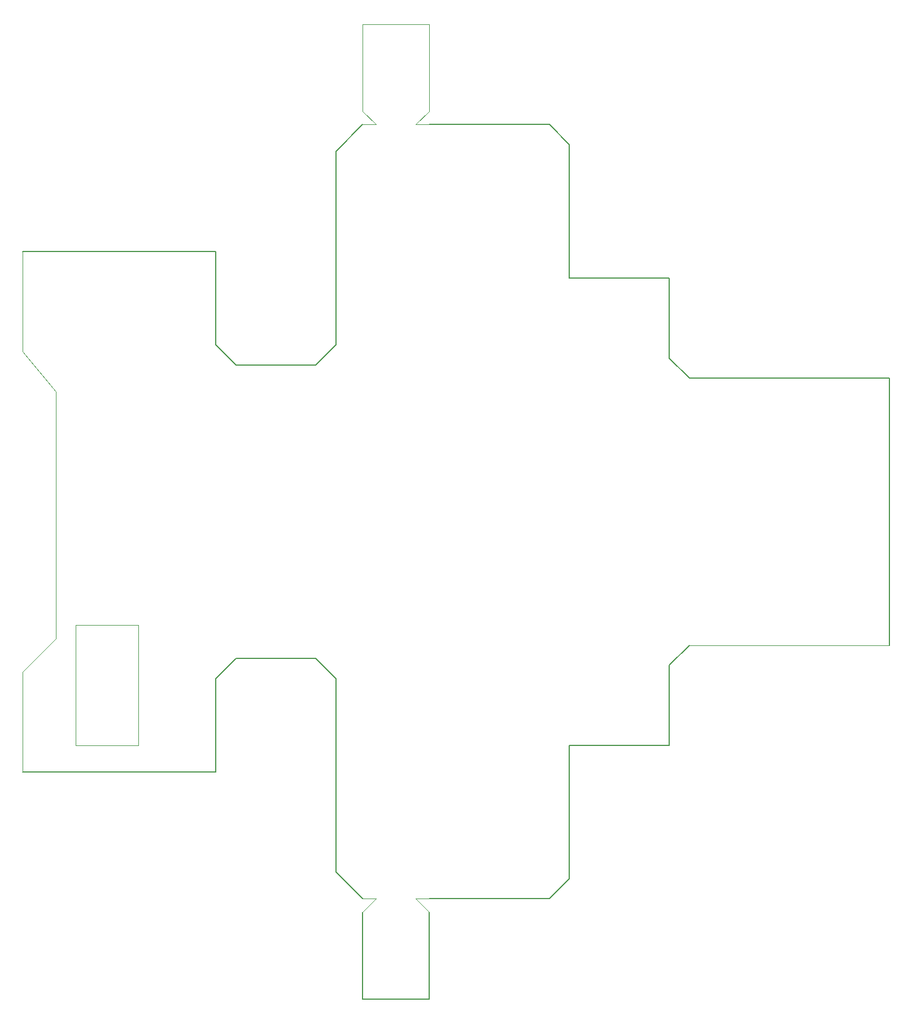
<source format=gbr>
%TF.GenerationSoftware,KiCad,Pcbnew,7.0.9*%
%TF.CreationDate,2025-01-29T15:25:45+09:00*%
%TF.ProjectId,01-MAIN,30312d4d-4149-44e2-9e6b-696361645f70,rev?*%
%TF.SameCoordinates,Original*%
%TF.FileFunction,Profile,NP*%
%FSLAX46Y46*%
G04 Gerber Fmt 4.6, Leading zero omitted, Abs format (unit mm)*
G04 Created by KiCad (PCBNEW 7.0.9) date 2025-01-29 15:25:45*
%MOMM*%
%LPD*%
G01*
G04 APERTURE LIST*
%TA.AperFunction,Profile*%
%ADD10C,0.200000*%
%TD*%
%TA.AperFunction,Profile*%
%ADD11C,0.100000*%
%TD*%
G04 APERTURE END LIST*
D10*
X114000000Y-78000000D02*
X102000000Y-78000000D01*
X167000000Y-77000000D02*
X167000000Y-65000000D01*
X70000000Y-139000000D02*
X99000000Y-139000000D01*
X102000000Y-78000000D02*
X99000000Y-75000000D01*
X167000000Y-123000000D02*
X170000000Y-120000000D01*
X152000000Y-135000000D02*
X167000000Y-135000000D01*
X152000000Y-65000000D02*
X152000000Y-45000000D01*
X121000000Y-160000000D02*
X121000000Y-173000000D01*
X149000000Y-42000000D02*
X131000000Y-42000000D01*
X99000000Y-125000000D02*
X102000000Y-122000000D01*
D11*
X200000000Y-120000000D02*
X170000000Y-120000000D01*
D10*
X117000000Y-46000000D02*
X117000000Y-75000000D01*
D11*
X129000000Y-158000000D02*
X131000000Y-158000000D01*
X78000000Y-117000000D02*
X87365000Y-117000000D01*
X87365000Y-135000000D01*
X78000000Y-135000000D01*
X78000000Y-117000000D01*
X121000000Y-40000000D02*
X123000000Y-42000000D01*
D10*
X121000000Y-42000000D02*
X117000000Y-46000000D01*
D11*
X70000000Y-124000000D02*
X75000000Y-119000000D01*
X75000000Y-82000000D02*
X75000000Y-119000000D01*
D10*
X200000000Y-120000000D02*
X200000000Y-80000000D01*
X99000000Y-75000000D02*
X99000000Y-61000000D01*
D11*
X123000000Y-158000000D02*
X121000000Y-160000000D01*
X121000000Y-27000000D02*
X131000000Y-27000000D01*
D10*
X99000000Y-139000000D02*
X99000000Y-125000000D01*
X99000000Y-61000000D02*
X70000000Y-61000000D01*
X102000000Y-122000000D02*
X114000000Y-122000000D01*
D11*
X70000000Y-76000000D02*
X75000000Y-82000000D01*
X129000000Y-42000000D02*
X131000000Y-42000000D01*
X121000000Y-158000000D02*
X123000000Y-158000000D01*
D10*
X117000000Y-154000000D02*
X121000000Y-158000000D01*
D11*
X131000000Y-27000000D02*
X131000000Y-40000000D01*
X123000000Y-42000000D02*
X121000000Y-42000000D01*
X131000000Y-40000000D02*
X129000000Y-42000000D01*
D10*
X131000000Y-173000000D02*
X131000000Y-160000000D01*
D11*
X131000000Y-160000000D02*
X129000000Y-158000000D01*
D10*
X149000000Y-158000000D02*
X152000000Y-155000000D01*
X152000000Y-45000000D02*
X149000000Y-42000000D01*
X152000000Y-155000000D02*
X152000000Y-135000000D01*
X170000000Y-80000000D02*
X167000000Y-77000000D01*
X200000000Y-80000000D02*
X170000000Y-80000000D01*
D11*
X121000000Y-40000000D02*
X121000000Y-27000000D01*
D10*
X114000000Y-122000000D02*
X117000000Y-125000000D01*
X121000000Y-173000000D02*
X131000000Y-173000000D01*
D11*
X70000000Y-124000000D02*
X70000000Y-139000000D01*
D10*
X131000000Y-158000000D02*
X149000000Y-158000000D01*
D11*
X70000000Y-61000000D02*
X70000000Y-76000000D01*
D10*
X167000000Y-135000000D02*
X167000000Y-123000000D01*
X167000000Y-65000000D02*
X152000000Y-65000000D01*
X117000000Y-75000000D02*
X114000000Y-78000000D01*
X117000000Y-125000000D02*
X117000000Y-154000000D01*
M02*

</source>
